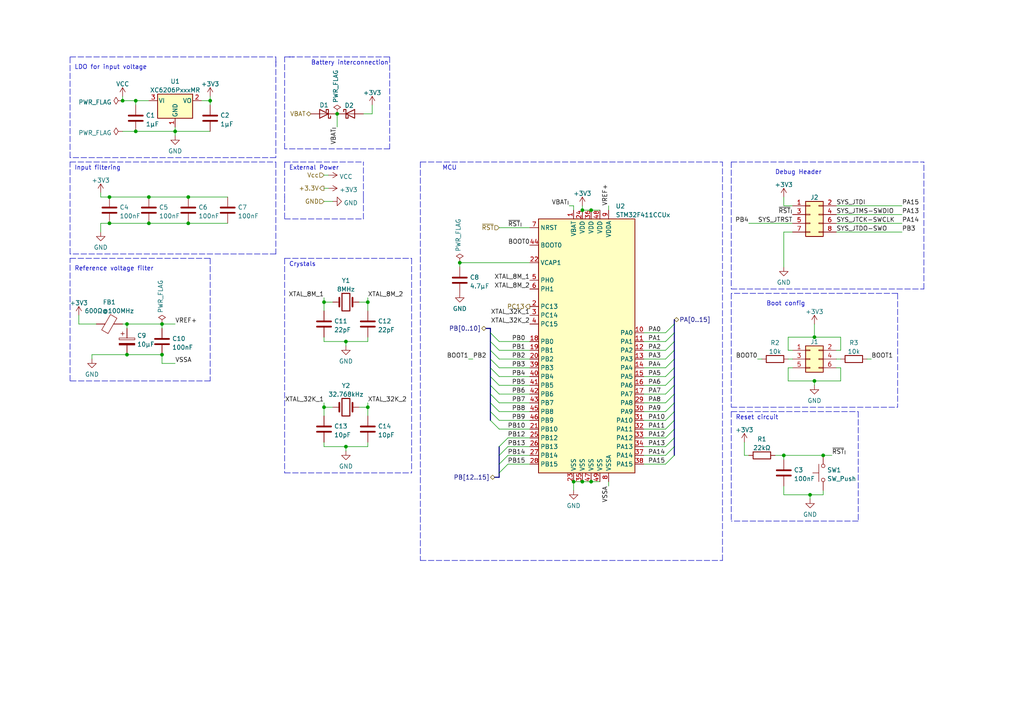
<source format=kicad_sch>
(kicad_sch (version 20211123) (generator eeschema)
  (paper "A4")
  (lib_symbols
    (symbol "Connector_Generic:Conn_02x03_Odd_Even" (pin_names (offset 1.016) hide)
      (property "Reference" "J" (at 1.27 5.08 0))
      (property "Value" "Conn_02x03_Odd_Even" (at 1.27 -5.08 0))
      (symbol "Conn_02x03_Odd_Even_1_1"
        (rectangle (start -1.27 -2.413) (end 0 -2.667) (stroke (width 0.1524)))
        (rectangle (start -1.27 0.127) (end 0 -0.127) (stroke (width 0.1524)))
        (rectangle (start -1.27 2.667) (end 0 2.413) (stroke (width 0.1524)))
        (rectangle (start -1.27 3.81) (end 3.81 -3.81) (stroke (width 0.254)) (fill (type background)))
        (rectangle (start 3.81 -2.413) (end 2.54 -2.667) (stroke (width 0.1524)))
        (rectangle (start 3.81 0.127) (end 2.54 -0.127) (stroke (width 0.1524)))
        (rectangle (start 3.81 2.667) (end 2.54 2.413) (stroke (width 0.1524)))
        (pin passive line (at -5.08 2.54 0) (length 3.81) (name "Pin_1") (number "1"))
        (pin passive line (at 7.62 2.54 180) (length 3.81) (name "Pin_2") (number "2"))
        (pin passive line (at -5.08 0 0) (length 3.81) (name "Pin_3") (number "3"))
        (pin passive line (at 7.62 0 180) (length 3.81) (name "Pin_4") (number "4"))
        (pin passive line (at -5.08 -2.54 0) (length 3.81) (name "Pin_5") (number "5"))
        (pin passive line (at 7.62 -2.54 180) (length 3.81) (name "Pin_6") (number "6"))
      )
    )
    (symbol "Connector_Generic:Conn_02x04_Odd_Even" (pin_names (offset 1.016) hide)
      (property "Reference" "J" (at 1.27 5.08 0))
      (property "Value" "Conn_02x04_Odd_Even" (at 1.27 -7.62 0))
      (symbol "Conn_02x04_Odd_Even_1_1"
        (rectangle (start -1.27 -4.953) (end 0 -5.207) (stroke (width 0.1524)))
        (rectangle (start -1.27 -2.413) (end 0 -2.667) (stroke (width 0.1524)))
        (rectangle (start -1.27 0.127) (end 0 -0.127) (stroke (width 0.1524)))
        (rectangle (start -1.27 2.667) (end 0 2.413) (stroke (width 0.1524)))
        (rectangle (start -1.27 3.81) (end 3.81 -6.35) (stroke (width 0.254)) (fill (type background)))
        (rectangle (start 3.81 -4.953) (end 2.54 -5.207) (stroke (width 0.1524)))
        (rectangle (start 3.81 -2.413) (end 2.54 -2.667) (stroke (width 0.1524)))
        (rectangle (start 3.81 0.127) (end 2.54 -0.127) (stroke (width 0.1524)))
        (rectangle (start 3.81 2.667) (end 2.54 2.413) (stroke (width 0.1524)))
        (pin passive line (at -5.08 2.54 0) (length 3.81) (name "Pin_1") (number "1"))
        (pin passive line (at 7.62 2.54 180) (length 3.81) (name "Pin_2") (number "2"))
        (pin passive line (at -5.08 0 0) (length 3.81) (name "Pin_3") (number "3"))
        (pin passive line (at 7.62 0 180) (length 3.81) (name "Pin_4") (number "4"))
        (pin passive line (at -5.08 -2.54 0) (length 3.81) (name "Pin_5") (number "5"))
        (pin passive line (at 7.62 -2.54 180) (length 3.81) (name "Pin_6") (number "6"))
        (pin passive line (at -5.08 -5.08 0) (length 3.81) (name "Pin_7") (number "7"))
        (pin passive line (at 7.62 -5.08 180) (length 3.81) (name "Pin_8") (number "8"))
      )
    )
    (symbol "Device:C" (pin_numbers hide) (pin_names (offset 0.254))
      (property "Reference" "C" (at 0.635 2.54 0))
      (property "Value" "C" (at 0.635 -2.54 0))
      (symbol "C_0_1"
        (polyline (pts (xy -2.032 -0.762) (xy 2.032 -0.762)) (stroke (width 0.508)))
        (polyline (pts (xy -2.032 0.762) (xy 2.032 0.762)) (stroke (width 0.508)))
      )
      (symbol "C_1_1"
        (pin passive line (at 0 3.81 270) (length 2.794) (name "~") (number "1"))
        (pin passive line (at 0 -3.81 90) (length 2.794) (name "~") (number "2"))
      )
    )
    (symbol "Device:C_Polarized" (pin_numbers hide) (pin_names (offset 0.254))
      (property "Reference" "C" (at 0.635 2.54 0))
      (property "Value" "C_Polarized" (at 0.635 -2.54 0))
      (symbol "C_Polarized_0_1"
        (rectangle (start -2.286 0.508) (end 2.286 1.016))
        (polyline (pts (xy -1.778 2.286) (xy -0.762 2.286)))
        (polyline (pts (xy -1.27 2.794) (xy -1.27 1.778)))
        (rectangle (start 2.286 -0.508) (end -2.286 -1.016) (fill (type outline)))
      )
      (symbol "C_Polarized_1_1"
        (pin passive line (at 0 3.81 270) (length 2.794) (name "~") (number "1"))
        (pin passive line (at 0 -3.81 90) (length 2.794) (name "~") (number "2"))
      )
    )
    (symbol "Device:Crystal" (pin_numbers hide) (pin_names (offset 1.016) hide)
      (property "Reference" "Y" (at 0 3.81 0))
      (property "Value" "Crystal" (at 0 -3.81 0))
      (symbol "Crystal_0_1"
        (rectangle (start -1.143 2.54) (end 1.143 -2.54) (stroke (width 0.3048)))
        (polyline (pts (xy -2.54 0) (xy -1.905 0)))
        (polyline (pts (xy -1.905 -1.27) (xy -1.905 1.27)) (stroke (width 0.508)))
        (polyline (pts (xy 1.905 -1.27) (xy 1.905 1.27)) (stroke (width 0.508)))
        (polyline (pts (xy 2.54 0) (xy 1.905 0)))
      )
      (symbol "Crystal_1_1"
        (pin passive line (at -3.81 0 0) (length 1.27) (name "1") (number "1"))
        (pin passive line (at 3.81 0 180) (length 1.27) (name "2") (number "2"))
      )
    )
    (symbol "Device:D_Schottky" (pin_numbers hide) (pin_names (offset 1.016) hide)
      (property "Reference" "D" (at 0 2.54 0))
      (property "Value" "D_Schottky" (at 0 -2.54 0))
      (symbol "D_Schottky_0_1"
        (polyline (pts (xy 1.27 0) (xy -1.27 0)))
        (polyline (pts (xy 1.27 1.27) (xy 1.27 -1.27) (xy -1.27 0) (xy 1.27 1.27)) (stroke (width 0.254)))
        (polyline (pts (xy -1.905 0.635) (xy -1.905 1.27) (xy -1.27 1.27) (xy -1.27 -1.27) (xy -0.635 -1.27) (xy -0.635 -0.635)) (stroke (width 0.254)))
      )
      (symbol "D_Schottky_1_1"
        (pin passive line (at -3.81 0 0) (length 2.54) (name "K") (number "1"))
        (pin passive line (at 3.81 0 180) (length 2.54) (name "A") (number "2"))
      )
    )
    (symbol "Device:FerriteBead" (pin_numbers hide) (pin_names (offset 0))
      (property "Reference" "FB" (at -3.81 0.635 90))
      (property "Value" "FerriteBead" (at 3.81 0 90))
      (symbol "FerriteBead_0_1"
        (polyline (pts (xy 0 -1.27) (xy 0 -1.2192)))
        (polyline (pts (xy 0 1.27) (xy 0 1.2954)))
        (polyline (pts (xy -2.7686 0.4064) (xy -1.7018 2.2606) (xy 2.7686 -0.3048) (xy 1.6764 -2.159) (xy -2.7686 0.4064)))
      )
      (symbol "FerriteBead_1_1"
        (pin passive line (at 0 3.81 270) (length 2.54) (name "~") (number "1"))
        (pin passive line (at 0 -3.81 90) (length 2.54) (name "~") (number "2"))
      )
    )
    (symbol "Device:R" (pin_numbers hide) (pin_names (offset 0))
      (property "Reference" "R" (at 2.032 0 90))
      (property "Value" "R" (at 0 0 90))
      (symbol "R_0_1"
        (rectangle (start -1.016 -2.54) (end 1.016 2.54) (stroke (width 0.254)))
      )
      (symbol "R_1_1"
        (pin passive line (at 0 3.81 270) (length 1.27) (name "~") (number "1"))
        (pin passive line (at 0 -3.81 90) (length 1.27) (name "~") (number "2"))
      )
    )
    (symbol "MCU_ST_STM32F4:STM32F411CCUx"
      (property "Reference" "U" (at -15.24 36.83 0))
      (property "Value" "STM32F411CCUx" (at 7.62 36.83 0))
      (symbol "STM32F411CCUx_0_1"
        (rectangle (start -15.24 -38.1) (end 12.7 35.56) (stroke (width 0.254)) (fill (type background)))
      )
      (symbol "STM32F411CCUx_1_1"
        (pin power_in line (at -5.08 38.1 270) (length 2.54) (name "VBAT") (number "1"))
        (pin bidirectional line (at 15.24 2.54 180) (length 2.54) (name "PA0") (number "10"))
        (pin bidirectional line (at 15.24 0 180) (length 2.54) (name "PA1") (number "11"))
        (pin bidirectional line (at 15.24 -2.54 180) (length 2.54) (name "PA2") (number "12"))
        (pin bidirectional line (at 15.24 -5.08 180) (length 2.54) (name "PA3") (number "13"))
        (pin bidirectional line (at 15.24 -7.62 180) (length 2.54) (name "PA4") (number "14"))
        (pin bidirectional line (at 15.24 -10.16 180) (length 2.54) (name "PA5") (number "15"))
        (pin bidirectional line (at 15.24 -12.7 180) (length 2.54) (name "PA6") (number "16"))
        (pin bidirectional line (at 15.24 -15.24 180) (length 2.54) (name "PA7") (number "17"))
        (pin bidirectional line (at -17.78 0 0) (length 2.54) (name "PB0") (number "18"))
        (pin bidirectional line (at -17.78 -2.54 0) (length 2.54) (name "PB1") (number "19"))
        (pin bidirectional line (at -17.78 10.16 0) (length 2.54) (name "PC13") (number "2"))
        (pin bidirectional line (at -17.78 -5.08 0) (length 2.54) (name "PB2") (number "20"))
        (pin bidirectional line (at -17.78 -25.4 0) (length 2.54) (name "PB10") (number "21"))
        (pin power_in line (at -17.78 22.86 0) (length 2.54) (name "VCAP1") (number "22"))
        (pin power_in line (at -5.08 -40.64 90) (length 2.54) (name "VSS") (number "23"))
        (pin power_in line (at -2.54 38.1 270) (length 2.54) (name "VDD") (number "24"))
        (pin bidirectional line (at -17.78 -27.94 0) (length 2.54) (name "PB12") (number "25"))
        (pin bidirectional line (at -17.78 -30.48 0) (length 2.54) (name "PB13") (number "26"))
        (pin bidirectional line (at -17.78 -33.02 0) (length 2.54) (name "PB14") (number "27"))
        (pin bidirectional line (at -17.78 -35.56 0) (length 2.54) (name "PB15") (number "28"))
        (pin bidirectional line (at 15.24 -17.78 180) (length 2.54) (name "PA8") (number "29"))
        (pin bidirectional line (at -17.78 7.62 0) (length 2.54) (name "PC14") (number "3"))
        (pin bidirectional line (at 15.24 -20.32 180) (length 2.54) (name "PA9") (number "30"))
        (pin bidirectional line (at 15.24 -22.86 180) (length 2.54) (name "PA10") (number "31"))
        (pin bidirectional line (at 15.24 -25.4 180) (length 2.54) (name "PA11") (number "32"))
        (pin bidirectional line (at 15.24 -27.94 180) (length 2.54) (name "PA12") (number "33"))
        (pin bidirectional line (at 15.24 -30.48 180) (length 2.54) (name "PA13") (number "34"))
        (pin power_in line (at -2.54 -40.64 90) (length 2.54) (name "VSS") (number "35"))
        (pin power_in line (at 0 38.1 270) (length 2.54) (name "VDD") (number "36"))
        (pin bidirectional line (at 15.24 -33.02 180) (length 2.54) (name "PA14") (number "37"))
        (pin bidirectional line (at 15.24 -35.56 180) (length 2.54) (name "PA15") (number "38"))
        (pin bidirectional line (at -17.78 -7.62 0) (length 2.54) (name "PB3") (number "39"))
        (pin bidirectional line (at -17.78 5.08 0) (length 2.54) (name "PC15") (number "4"))
        (pin bidirectional line (at -17.78 -10.16 0) (length 2.54) (name "PB4") (number "40"))
        (pin bidirectional line (at -17.78 -12.7 0) (length 2.54) (name "PB5") (number "41"))
        (pin bidirectional line (at -17.78 -15.24 0) (length 2.54) (name "PB6") (number "42"))
        (pin bidirectional line (at -17.78 -17.78 0) (length 2.54) (name "PB7") (number "43"))
        (pin input line (at -17.78 27.94 0) (length 2.54) (name "BOOT0") (number "44"))
        (pin bidirectional line (at -17.78 -20.32 0) (length 2.54) (name "PB8") (number "45"))
        (pin bidirectional line (at -17.78 -22.86 0) (length 2.54) (name "PB9") (number "46"))
        (pin power_in line (at 0 -40.64 90) (length 2.54) (name "VSS") (number "47"))
        (pin power_in line (at 2.54 38.1 270) (length 2.54) (name "VDD") (number "48"))
        (pin power_in line (at 2.54 -40.64 90) (length 2.54) (name "VSS") (number "49"))
        (pin input line (at -17.78 17.78 0) (length 2.54) (name "PH0") (number "5"))
        (pin input line (at -17.78 15.24 0) (length 2.54) (name "PH1") (number "6"))
        (pin input line (at -17.78 33.02 0) (length 2.54) (name "NRST") (number "7"))
        (pin power_in line (at 5.08 -40.64 90) (length 2.54) (name "VSSA") (number "8"))
        (pin power_in line (at 5.08 38.1 270) (length 2.54) (name "VDDA") (number "9"))
      )
    )
    (symbol "Regulator_Linear:XC6206PxxxMR" (pin_names (offset 0.254))
      (property "Reference" "U" (at -3.81 3.175 0))
      (property "Value" "XC6206PxxxMR" (at 0 3.175 0))
      (symbol "XC6206PxxxMR_0_1"
        (rectangle (start -5.08 1.905) (end 5.08 -5.08) (stroke (width 0.254)) (fill (type background)))
      )
      (symbol "XC6206PxxxMR_1_1"
        (pin power_in line (at 0 -7.62 90) (length 2.54) (name "GND") (number "1"))
        (pin power_out line (at 7.62 0 180) (length 2.54) (name "VO") (number "2"))
        (pin power_in line (at -7.62 0 0) (length 2.54) (name "VI") (number "3"))
      )
    )
    (symbol "Switch:SW_Push" (pin_numbers hide) (pin_names (offset 1.016) hide)
      (property "Reference" "SW" (at 1.27 2.54 0))
      (property "Value" "SW_Push" (at 0 -1.524 0))
      (symbol "SW_Push_0_1"
        (circle (center -2.032 0) (radius 0.508))
        (polyline (pts (xy 0 1.27) (xy 0 3.048)))
        (polyline (pts (xy 2.54 1.27) (xy -2.54 1.27)))
        (circle (center 2.032 0) (radius 0.508))
        (pin passive line (at -5.08 0 0) (length 2.54) (name "1") (number "1"))
        (pin passive line (at 5.08 0 180) (length 2.54) (name "2") (number "2"))
      )
    )
    (symbol "power:+3.3V" (power) (pin_names (offset 0))
      (property "Value" "+3.3V" (at 0 3.556 0))
      (symbol "+3.3V_0_1"
        (polyline (pts (xy -0.762 1.27) (xy 0 2.54)))
        (polyline (pts (xy 0 0) (xy 0 2.54)))
        (polyline (pts (xy 0 2.54) (xy 0.762 1.27)))
      )
      (symbol "+3.3V_1_1"
        (pin power_in line (at 0 0 90) (length 0) hide (name "+3V3") (number "1"))
      )
    )
    (symbol "power:GND" (power) (pin_names (offset 0))
      (property "Value" "GND" (at 0 -3.81 0))
      (symbol "GND_0_1"
        (polyline (pts (xy 0 0) (xy 0 -1.27) (xy 1.27 -1.27) (xy 0 -2.54) (xy -1.27 -1.27) (xy 0 -1.27)))
      )
      (symbol "GND_1_1"
        (pin power_in line (at 0 0 270) (length 0) hide (name "GND") (number "1"))
      )
    )
    (symbol "power:PWR_FLAG" (power) (pin_numbers hide) (pin_names (offset 0) hide)
      (property "Value" "PWR_FLAG" (at 0 3.81 0))
      (symbol "PWR_FLAG_0_0"
        (pin power_out line (at 0 0 90) (length 0) (name "pwr") (number "1"))
      )
      (symbol "PWR_FLAG_0_1"
        (polyline (pts (xy 0 0) (xy 0 1.27) (xy -1.016 1.905) (xy 0 2.54) (xy 1.016 1.905) (xy 0 1.27)))
      )
    )
    (symbol "power:VCC" (power) (pin_names (offset 0))
      (property "Value" "VCC" (at 0 3.81 0))
      (symbol "VCC_0_1"
        (polyline (pts (xy -0.762 1.27) (xy 0 2.54)))
        (polyline (pts (xy 0 0) (xy 0 2.54)))
        (polyline (pts (xy 0 2.54) (xy 0.762 1.27)))
      )
      (symbol "VCC_1_1"
        (pin power_in line (at 0 0 90) (length 0) hide (name "VCC") (number "1"))
      )
    )
  )
  (junction (at 93.98 87.63))
  (junction (at 106.68 118.11))
  (junction (at 133.35 76.2))
  (junction (at 100.33 129.54))
  (junction (at 168.91 60.96))
  (junction (at 171.45 60.96))
  (junction (at 54.61 64.77))
  (junction (at 97.79 33.02))
  (junction (at 93.98 118.11))
  (junction (at 236.22 110.49))
  (junction (at 171.45 139.7))
  (junction (at 31.75 64.77))
  (junction (at 100.33 99.06))
  (junction (at 54.61 57.15))
  (junction (at 236.22 97.79))
  (junction (at 234.95 143.51))
  (junction (at 106.68 87.63))
  (junction (at 43.18 64.77))
  (junction (at 46.99 93.98))
  (junction (at 39.37 29.21))
  (junction (at 227.33 132.08))
  (junction (at 46.99 102.87))
  (junction (at 35.56 29.21))
  (junction (at 31.75 57.15))
  (junction (at 60.96 29.21))
  (junction (at 36.83 102.87))
  (junction (at 238.76 132.08))
  (junction (at 168.91 139.7))
  (junction (at 166.37 139.7))
  (junction (at 50.8 38.1))
  (junction (at 43.18 57.15))
  (junction (at 36.83 93.98))
  (junction (at 39.37 38.1))
  (bus_entry (at 193.04 134.62) (size 2.54 -2.54))
  (bus_entry (at 144.78 124.46) (size -2.54 -2.54))
  (bus_entry (at 144.78 114.3) (size -2.54 -2.54))
  (bus_entry (at 144.78 99.06) (size -2.54 -2.54))
  (bus_entry (at 144.78 119.38) (size -2.54 -2.54))
  (bus_entry (at 193.04 121.92) (size 2.54 -2.54))
  (bus_entry (at 193.04 127) (size 2.54 -2.54))
  (bus_entry (at 193.04 124.46) (size 2.54 -2.54))
  (bus_entry (at 193.04 129.54) (size 2.54 -2.54))
  (bus_entry (at 193.04 104.14) (size 2.54 -2.54))
  (bus_entry (at 193.04 106.68) (size 2.54 -2.54))
  (bus_entry (at 193.04 109.22) (size 2.54 -2.54))
  (bus_entry (at 193.04 101.6) (size 2.54 -2.54))
  (bus_entry (at 193.04 99.06) (size 2.54 -2.54))
  (bus_entry (at 193.04 96.52) (size 2.54 -2.54))
  (bus_entry (at 193.04 119.38) (size 2.54 -2.54))
  (bus_entry (at 193.04 114.3) (size 2.54 -2.54))
  (bus_entry (at 193.04 116.84) (size 2.54 -2.54))
  (bus_entry (at 193.04 111.76) (size 2.54 -2.54))
  (bus_entry (at 147.32 127) (size -2.54 2.54))
  (bus_entry (at 147.32 129.54) (size -2.54 2.54))
  (bus_entry (at 147.32 132.08) (size -2.54 2.54))
  (bus_entry (at 147.32 134.62) (size -2.54 2.54))
  (bus_entry (at 144.78 109.22) (size -2.54 -2.54))
  (bus_entry (at 144.78 121.92) (size -2.54 -2.54))
  (bus_entry (at 144.78 106.68) (size -2.54 -2.54))
  (bus_entry (at 144.78 101.6) (size -2.54 -2.54))
  (bus_entry (at 144.78 104.14) (size -2.54 -2.54))
  (bus_entry (at 144.78 116.84) (size -2.54 -2.54))
  (bus_entry (at 144.78 111.76) (size -2.54 -2.54))
  (bus_entry (at 193.04 132.08) (size 2.54 -2.54))
  (bus (pts (xy 195.58 129.54) (xy 195.58 127)))
  (wire (pts (xy 217.17 64.77) (xy 229.87 64.77)))
  (wire (pts (xy 22.86 91.44) (xy 22.86 93.98)))
  (wire (pts (xy 66.04 57.15) (xy 54.61 57.15)))
  (wire (pts (xy 93.98 128.27) (xy 93.98 129.54)))
  (wire (pts (xy 186.69 99.06) (xy 193.04 99.06)))
  (wire (pts (xy 106.68 120.65) (xy 106.68 118.11)))
  (wire (pts (xy 43.18 57.15) (xy 31.75 57.15)))
  (polyline (pts (xy 212.09 118.11) (xy 260.35 118.11)))
  (wire (pts (xy 93.98 58.42) (xy 96.52 58.42)))
  (wire (pts (xy 153.67 114.3) (xy 144.78 114.3)))
  (bus (pts (xy 142.24 116.84) (xy 142.24 114.3)))
  (wire (pts (xy 251.46 104.14) (xy 252.73 104.14)))
  (wire (pts (xy 153.67 109.22) (xy 144.78 109.22)))
  (bus (pts (xy 195.58 121.92) (xy 195.58 119.38)))
  (polyline (pts (xy 209.55 162.56) (xy 209.55 46.99)))
  (wire (pts (xy 153.67 116.84) (xy 144.78 116.84)))
  (polyline (pts (xy 248.92 119.38) (xy 248.92 151.13)))
  (wire (pts (xy 26.67 102.87) (xy 26.67 104.14)))
  (wire (pts (xy 106.68 90.17) (xy 106.68 87.63)))
  (wire (pts (xy 186.69 114.3) (xy 193.04 114.3)))
  (polyline (pts (xy 82.55 63.5) (xy 105.41 63.5)))
  (wire (pts (xy 186.69 116.84) (xy 193.04 116.84)))
  (wire (pts (xy 243.84 101.6) (xy 242.57 101.6)))
  (bus (pts (xy 142.24 95.25) (xy 140.97 95.25)))
  (wire (pts (xy 39.37 38.1) (xy 50.8 38.1)))
  (wire (pts (xy 229.87 101.6) (xy 228.6 101.6)))
  (wire (pts (xy 186.69 104.14) (xy 193.04 104.14)))
  (bus (pts (xy 142.24 119.38) (xy 142.24 116.84)))
  (wire (pts (xy 242.57 67.31) (xy 261.62 67.31)))
  (wire (pts (xy 165.1 59.69) (xy 166.37 59.69)))
  (wire (pts (xy 93.98 129.54) (xy 100.33 129.54)))
  (wire (pts (xy 93.98 118.11) (xy 93.98 120.65)))
  (wire (pts (xy 93.98 116.84) (xy 93.98 118.11)))
  (wire (pts (xy 133.35 76.2) (xy 153.67 76.2)))
  (wire (pts (xy 186.69 121.92) (xy 193.04 121.92)))
  (wire (pts (xy 106.68 116.84) (xy 106.68 118.11)))
  (wire (pts (xy 96.52 87.63) (xy 93.98 87.63)))
  (polyline (pts (xy 82.55 16.51) (xy 85.09 16.51)))
  (wire (pts (xy 227.33 143.51) (xy 234.95 143.51)))
  (wire (pts (xy 31.75 64.77) (xy 43.18 64.77)))
  (bus (pts (xy 142.24 114.3) (xy 142.24 111.76)))
  (bus (pts (xy 144.78 132.08) (xy 144.78 134.62)))
  (wire (pts (xy 100.33 99.06) (xy 100.33 100.33)))
  (wire (pts (xy 35.56 38.1) (xy 39.37 38.1)))
  (bus (pts (xy 195.58 93.98) (xy 195.58 92.71)))
  (bus (pts (xy 142.24 101.6) (xy 142.24 99.06)))
  (bus (pts (xy 142.24 106.68) (xy 142.24 104.14)))
  (polyline (pts (xy 82.55 57.15) (xy 82.55 63.5)))
  (wire (pts (xy 50.8 105.41) (xy 46.99 105.41)))
  (wire (pts (xy 97.79 33.02) (xy 97.79 36.83)))
  (wire (pts (xy 100.33 99.06) (xy 106.68 99.06)))
  (polyline (pts (xy 113.03 16.51) (xy 113.03 43.18)))
  (wire (pts (xy 54.61 64.77) (xy 66.04 64.77)))
  (wire (pts (xy 107.95 33.02) (xy 105.41 33.02)))
  (polyline (pts (xy 260.35 85.09) (xy 260.35 118.11)))
  (wire (pts (xy 107.95 30.48) (xy 107.95 33.02)))
  (wire (pts (xy 96.52 118.11) (xy 93.98 118.11)))
  (wire (pts (xy 43.18 64.77) (xy 54.61 64.77)))
  (wire (pts (xy 35.56 93.98) (xy 36.83 93.98)))
  (polyline (pts (xy 20.32 73.66) (xy 20.32 46.99)))
  (wire (pts (xy 186.69 106.68) (xy 193.04 106.68)))
  (wire (pts (xy 50.8 36.83) (xy 50.8 38.1)))
  (wire (pts (xy 106.68 118.11) (xy 104.14 118.11)))
  (wire (pts (xy 46.99 102.87) (xy 36.83 102.87)))
  (wire (pts (xy 60.96 30.48) (xy 60.96 29.21)))
  (wire (pts (xy 186.69 127) (xy 193.04 127)))
  (wire (pts (xy 93.98 54.61) (xy 95.25 54.61)))
  (wire (pts (xy 93.98 87.63) (xy 93.98 90.17)))
  (wire (pts (xy 242.57 59.69) (xy 261.62 59.69)))
  (polyline (pts (xy 121.92 46.99) (xy 209.55 46.99)))
  (wire (pts (xy 228.6 101.6) (xy 228.6 97.79)))
  (wire (pts (xy 243.84 106.68) (xy 243.84 110.49)))
  (bus (pts (xy 144.78 137.16) (xy 144.78 138.43)))
  (wire (pts (xy 29.21 67.31) (xy 29.21 64.77)))
  (polyline (pts (xy 59.69 74.93) (xy 60.96 74.93)))
  (wire (pts (xy 153.67 101.6) (xy 144.78 101.6)))
  (wire (pts (xy 36.83 93.98) (xy 46.99 93.98)))
  (wire (pts (xy 46.99 93.98) (xy 50.8 93.98)))
  (wire (pts (xy 171.45 139.7) (xy 173.99 139.7)))
  (wire (pts (xy 217.17 132.08) (xy 215.9 132.08)))
  (wire (pts (xy 153.67 119.38) (xy 144.78 119.38)))
  (wire (pts (xy 153.67 129.54) (xy 147.32 129.54)))
  (wire (pts (xy 100.33 129.54) (xy 100.33 130.81)))
  (wire (pts (xy 144.78 66.04) (xy 153.67 66.04)))
  (wire (pts (xy 153.67 99.06) (xy 144.78 99.06)))
  (polyline (pts (xy 60.96 110.49) (xy 20.32 110.49)))
  (wire (pts (xy 133.35 77.47) (xy 133.35 76.2)))
  (wire (pts (xy 176.53 139.7) (xy 176.53 140.97)))
  (wire (pts (xy 242.57 104.14) (xy 243.84 104.14)))
  (wire (pts (xy 227.33 140.97) (xy 227.33 143.51)))
  (wire (pts (xy 93.98 50.8) (xy 95.25 50.8)))
  (wire (pts (xy 227.33 59.69) (xy 229.87 59.69)))
  (polyline (pts (xy 82.55 43.18) (xy 82.55 16.51)))
  (wire (pts (xy 153.67 111.76) (xy 144.78 111.76)))
  (wire (pts (xy 176.53 59.69) (xy 176.53 60.96)))
  (wire (pts (xy 186.69 96.52) (xy 193.04 96.52)))
  (polyline (pts (xy 105.41 63.5) (xy 105.41 57.15)))
  (polyline (pts (xy 105.41 57.15) (xy 105.41 46.99)))
  (bus (pts (xy 142.24 109.22) (xy 142.24 106.68)))
  (polyline (pts (xy 20.32 74.93) (xy 59.69 74.93)))
  (polyline (pts (xy 119.38 74.93) (xy 119.38 137.16)))
  (wire (pts (xy 242.57 64.77) (xy 261.62 64.77)))
  (wire (pts (xy 36.83 102.87) (xy 26.67 102.87)))
  (wire (pts (xy 153.67 124.46) (xy 144.78 124.46)))
  (wire (pts (xy 186.69 132.08) (xy 193.04 132.08)))
  (wire (pts (xy 228.6 104.14) (xy 229.87 104.14)))
  (wire (pts (xy 227.33 133.35) (xy 227.33 132.08)))
  (bus (pts (xy 142.24 121.92) (xy 142.24 119.38)))
  (wire (pts (xy 168.91 139.7) (xy 171.45 139.7)))
  (wire (pts (xy 215.9 132.08) (xy 215.9 128.27)))
  (wire (pts (xy 35.56 27.94) (xy 35.56 29.21)))
  (polyline (pts (xy 82.55 46.99) (xy 105.41 46.99)))
  (wire (pts (xy 242.57 62.23) (xy 261.62 62.23)))
  (polyline (pts (xy 116.84 137.16) (xy 119.38 137.16)))
  (wire (pts (xy 54.61 57.15) (xy 43.18 57.15)))
  (wire (pts (xy 171.45 60.96) (xy 173.99 60.96)))
  (wire (pts (xy 186.69 124.46) (xy 193.04 124.46)))
  (wire (pts (xy 227.33 67.31) (xy 229.87 67.31)))
  (bus (pts (xy 195.58 101.6) (xy 195.58 99.06)))
  (wire (pts (xy 186.69 101.6) (xy 193.04 101.6)))
  (wire (pts (xy 36.83 93.98) (xy 36.83 95.25)))
  (wire (pts (xy 153.67 104.14) (xy 144.78 104.14)))
  (polyline (pts (xy 212.09 46.99) (xy 212.09 83.82)))
  (wire (pts (xy 46.99 105.41) (xy 46.99 102.87)))
  (wire (pts (xy 153.67 127) (xy 147.32 127)))
  (bus (pts (xy 142.24 96.52) (xy 142.24 95.25)))
  (wire (pts (xy 106.68 87.63) (xy 104.14 87.63)))
  (wire (pts (xy 168.91 60.96) (xy 171.45 60.96)))
  (wire (pts (xy 31.75 57.15) (xy 29.21 57.15)))
  (wire (pts (xy 186.69 119.38) (xy 193.04 119.38)))
  (polyline (pts (xy 20.32 46.99) (xy 80.01 46.99)))
  (wire (pts (xy 234.95 143.51) (xy 234.95 144.78)))
  (wire (pts (xy 29.21 64.77) (xy 31.75 64.77)))
  (wire (pts (xy 39.37 29.21) (xy 39.37 30.48)))
  (bus (pts (xy 144.78 134.62) (xy 144.78 137.16)))
  (wire (pts (xy 228.6 110.49) (xy 228.6 106.68)))
  (bus (pts (xy 195.58 109.22) (xy 195.58 106.68)))
  (wire (pts (xy 100.33 129.54) (xy 106.68 129.54)))
  (wire (pts (xy 93.98 99.06) (xy 100.33 99.06)))
  (polyline (pts (xy 20.32 45.72) (xy 20.32 16.51)))
  (wire (pts (xy 46.99 93.98) (xy 46.99 95.25)))
  (wire (pts (xy 242.57 106.68) (xy 243.84 106.68)))
  (polyline (pts (xy 212.09 119.38) (xy 212.09 151.13)))
  (wire (pts (xy 106.68 86.36) (xy 106.68 87.63)))
  (wire (pts (xy 228.6 97.79) (xy 236.22 97.79)))
  (wire (pts (xy 227.33 57.15) (xy 227.33 59.69)))
  (wire (pts (xy 43.18 29.21) (xy 39.37 29.21)))
  (wire (pts (xy 236.22 110.49) (xy 228.6 110.49)))
  (polyline (pts (xy 121.92 46.99) (xy 121.92 162.56)))
  (bus (pts (xy 142.24 99.06) (xy 142.24 96.52)))
  (polyline (pts (xy 83.82 16.51) (xy 113.03 16.51)))
  (polyline (pts (xy 20.32 110.49) (xy 20.32 74.93)))
  (polyline (pts (xy 80.01 46.99) (xy 80.01 73.66)))
  (polyline (pts (xy 267.97 83.82) (xy 267.97 46.99)))
  (wire (pts (xy 186.69 134.62) (xy 193.04 134.62)))
  (wire (pts (xy 186.69 111.76) (xy 193.04 111.76)))
  (polyline (pts (xy 116.84 74.93) (xy 119.38 74.93)))
  (wire (pts (xy 50.8 38.1) (xy 60.96 38.1)))
  (polyline (pts (xy 20.32 16.51) (xy 80.01 16.51)))
  (wire (pts (xy 228.6 106.68) (xy 229.87 106.68)))
  (polyline (pts (xy 121.92 162.56) (xy 209.55 162.56)))
  (wire (pts (xy 166.37 142.24) (xy 166.37 139.7)))
  (polyline (pts (xy 82.55 137.16) (xy 116.84 137.16)))
  (polyline (pts (xy 60.96 74.93) (xy 60.96 110.49)))
  (wire (pts (xy 93.98 86.36) (xy 93.98 87.63)))
  (bus (pts (xy 195.58 116.84) (xy 195.58 114.3)))
  (polyline (pts (xy 212.09 85.09) (xy 212.09 118.11)))
  (polyline (pts (xy 82.55 46.99) (xy 82.55 57.15)))
  (bus (pts (xy 144.78 129.54) (xy 144.78 132.08)))
  (polyline (pts (xy 113.03 43.18) (xy 82.55 43.18)))
  (bus (pts (xy 142.24 111.76) (xy 142.24 109.22)))
  (polyline (pts (xy 80.01 17.78) (xy 80.01 45.72)))
  (wire (pts (xy 153.67 106.68) (xy 144.78 106.68)))
  (bus (pts (xy 195.58 124.46) (xy 195.58 121.92)))
  (wire (pts (xy 227.33 132.08) (xy 238.76 132.08)))
  (bus (pts (xy 195.58 119.38) (xy 195.58 116.84)))
  (wire (pts (xy 106.68 129.54) (xy 106.68 128.27)))
  (bus (pts (xy 142.24 104.14) (xy 142.24 101.6)))
  (wire (pts (xy 219.71 104.14) (xy 220.98 104.14)))
  (wire (pts (xy 168.91 59.69) (xy 168.91 60.96)))
  (wire (pts (xy 153.67 134.62) (xy 147.32 134.62)))
  (wire (pts (xy 106.68 99.06) (xy 106.68 97.79)))
  (wire (pts (xy 153.67 132.08) (xy 147.32 132.08)))
  (wire (pts (xy 186.69 109.22) (xy 193.04 109.22)))
  (polyline (pts (xy 80.01 73.66) (xy 20.32 73.66)))
  (wire (pts (xy 166.37 139.7) (xy 168.91 139.7)))
  (wire (pts (xy 224.79 132.08) (xy 227.33 132.08)))
  (polyline (pts (xy 212.09 46.99) (xy 267.97 46.99)))
  (polyline (pts (xy 212.09 119.38) (xy 248.92 119.38)))
  (polyline (pts (xy 260.35 85.09) (xy 212.09 85.09)))
  (bus (pts (xy 144.78 138.43) (xy 143.51 138.43)))
  (wire (pts (xy 186.69 129.54) (xy 193.04 129.54)))
  (wire (pts (xy 234.95 143.51) (xy 238.76 143.51)))
  (wire (pts (xy 236.22 110.49) (xy 236.22 111.76)))
  (bus (pts (xy 195.58 127) (xy 195.58 124.46)))
  (wire (pts (xy 166.37 59.69) (xy 166.37 60.96)))
  (wire (pts (xy 238.76 143.51) (xy 238.76 142.24)))
  (wire (pts (xy 137.16 104.14) (xy 135.89 104.14)))
  (wire (pts (xy 238.76 132.08) (xy 241.3 132.08)))
  (bus (pts (xy 195.58 96.52) (xy 195.58 93.98)))
  (bus (pts (xy 195.58 132.08) (xy 195.58 129.54)))
  (wire (pts (xy 29.21 57.15) (xy 29.21 55.88)))
  (wire (pts (xy 243.84 97.79) (xy 243.84 101.6)))
  (bus (pts (xy 195.58 99.06) (xy 195.58 96.52)))
  (wire (pts (xy 243.84 110.49) (xy 236.22 110.49)))
  (wire (pts (xy 236.22 97.79) (xy 243.84 97.79)))
  (wire (pts (xy 60.96 29.21) (xy 58.42 29.21)))
  (wire (pts (xy 50.8 38.1) (xy 50.8 39.37)))
  (polyline (pts (xy 248.92 151.13) (xy 212.09 151.13)))
  (bus (pts (xy 195.58 114.3) (xy 195.58 111.76)))
  (wire (pts (xy 227.33 67.31) (xy 227.33 77.47)))
  (bus (pts (xy 195.58 106.68) (xy 195.58 104.14)))
  (wire (pts (xy 39.37 29.21) (xy 35.56 29.21)))
  (wire (pts (xy 60.96 27.94) (xy 60.96 29.21)))
  (polyline (pts (xy 80.01 45.72) (xy 20.32 45.72)))
  (polyline (pts (xy 82.55 74.93) (xy 82.55 137.16)))
  (bus (pts (xy 195.58 104.14) (xy 195.58 101.6)))
  (polyline (pts (xy 212.09 83.82) (xy 267.97 83.82)))
  (polyline (pts (xy 80.01 16.51) (xy 80.01 19.05)))
  (wire (pts (xy 236.22 97.79) (xy 236.22 93.98)))
  (wire (pts (xy 153.67 121.92) (xy 144.78 121.92)))
  (wire (pts (xy 22.86 93.98) (xy 27.94 93.98)))
  (wire (pts (xy 93.98 97.79) (xy 93.98 99.06)))
  (polyline (pts (xy 82.55 74.93) (xy 116.84 74.93)))
  (bus (pts (xy 195.58 111.76) (xy 195.58 109.22)))
  (text "Input filtering" (at 21.59 49.53 0) (effects (font (size 1.27 1.27)) (justify left bottom)))
  (text "Boot config" (at 222.25 88.9 0) (effects (font (size 1.27 1.27)) (justify left bottom)))
  (text "Debug Header" (at 224.79 50.8 0) (effects (font (size 1.27 1.27)) (justify left bottom)))
  (text "Reference voltage filter" (at 21.59 78.74 0) (effects (font (size 1.27 1.27)) (justify left bottom)))
  (text "Battery interconnection" (at 90.17 19.05 0) (effects (font (size 1.27 1.27)) (justify left bottom)))
  (text "External Power" (at 83.82 49.53 0) (effects (font (size 1.27 1.27)) (justify left bottom)))
  (text "MCU" (at 128.27 49.53 0) (effects (font (size 1.27 1.27)) (justify left bottom)))
  (text "Crystals" (at 83.82 77.47 0) (effects (font (size 1.27 1.27)) (justify left bottom)))
  (text "Reset circuit\n" (at 213.36 121.92 0) (effects (font (size 1.27 1.27)) (justify left bottom)))
  (text "LDO for input voltage" (at 21.59 20.32 0) (effects (font (size 1.27 1.27)) (justify left bottom)))
  (label "PB9" (at 152.4 121.92 180))
  (label "PA0" (at 187.96 96.52 0))
  (label "SYS_JTDO-SWO" (at 242.57 67.31 0))
  (label "PA5" (at 187.96 109.22 0))
  (label "VSSA" (at 50.8 105.41 0))
  (label "PA10" (at 187.96 121.92 0))
  (label "PB8" (at 152.4 119.38 180))
  (label "PA7" (at 187.96 114.3 0))
  (label "VBAT_{I}" (at 165.1 59.69 180))
  (label "SYS_JTCK-SWCLK" (at 242.57 64.77 0))
  (label "PB7" (at 152.4 116.84 180))
  (label "~{RST}_{I}" (at 229.87 62.23 180))
  (label "PA14" (at 261.62 64.77 0))
  (label "PB1" (at 152.4 101.6 180))
  (label "PB15" (at 152.4 134.62 180))
  (label "XTAL_8M_1" (at 93.98 86.36 180))
  (label "XTAL_8M_2" (at 153.67 83.82 180))
  (label "PA4" (at 187.96 106.68 0))
  (label "PB14" (at 152.4 132.08 180))
  (label "VSSA" (at 176.53 140.97 270))
  (label "XTAL_32K_1" (at 93.98 116.84 180))
  (label "PA3" (at 187.96 104.14 0))
  (label "PB12" (at 152.4 127 180))
  (label "PA8" (at 187.96 116.84 0))
  (label "PB13" (at 152.4 129.54 180))
  (label "SYS_JTRST" (at 229.87 64.77 180))
  (label "VBAT_{I}" (at 97.79 36.83 270))
  (label "PA15" (at 187.96 134.62 0))
  (label "PB4" (at 217.17 64.77 180))
  (label "PA2" (at 187.96 101.6 0))
  (label "VREF+" (at 50.8 93.98 0))
  (label "SYS_JTDI" (at 242.57 59.69 0))
  (label "PA11" (at 187.96 124.46 0))
  (label "PB3" (at 261.62 67.31 0))
  (label "PA13" (at 187.96 129.54 0))
  (label "PA12" (at 187.96 127 0))
  (label "PA14" (at 187.96 132.08 0))
  (label "PB2" (at 137.16 104.14 0))
  (label "PB3" (at 152.4 106.68 180))
  (label "XTAL_8M_2" (at 106.68 86.36 0))
  (label "BOOT1" (at 252.73 104.14 0))
  (label "PA6" (at 187.96 111.76 0))
  (label "VREF+" (at 176.53 59.69 90))
  (label "PA15" (at 261.62 59.69 0))
  (label "PB10" (at 152.4 124.46 180))
  (label "PA1" (at 187.96 99.06 0))
  (label "PB2" (at 152.4 104.14 180))
  (label "~{RST}_{I}" (at 147.32 66.04 0))
  (label "PA9" (at 187.96 119.38 0))
  (label "BOOT1" (at 135.89 104.14 180))
  (label "PB5" (at 152.4 111.76 180))
  (label "PB0" (at 152.4 99.06 180))
  (label "XTAL_32K_1" (at 153.67 91.44 180))
  (label "BOOT0" (at 219.71 104.14 180))
  (label "PB4" (at 152.4 109.22 180))
  (label "XTAL_8M_1" (at 153.67 81.28 180))
  (label "XTAL_32K_2" (at 106.68 116.84 0))
  (label "PB6" (at 152.4 114.3 180))
  (label "XTAL_32K_2" (at 153.67 93.98 180))
  (label "~{RST}_{I}" (at 241.3 132.08 0))
  (label "BOOT0" (at 153.67 71.12 180))
  (label "SYS_JTMS-SWDIO" (at 242.57 62.23 0))
  (label "PA13" (at 261.62 62.23 0))
  (hierarchical_label "VBAT" (shape bidirectional) (at 90.17 33.02 180))
  (hierarchical_label "+3.3V" (shape output) (at 93.98 54.61 180))
  (hierarchical_label "PB[0..10]" (shape bidirectional) (at 140.97 95.25 180))
  (hierarchical_label "PA[0..15]" (shape bidirectional) (at 195.58 92.71 0))
  (hierarchical_label "PC13" (shape output) (at 153.67 88.9 180))
  (hierarchical_label "Vcc" (shape input) (at 93.98 50.8 180))
  (hierarchical_label "~{RST}" (shape input) (at 144.78 66.04 180))
  (hierarchical_label "GND" (shape input) (at 93.98 58.42 180))
  (hierarchical_label "PB[12..15]" (shape bidirectional) (at 143.51 138.43 180))
  (symbol (lib_id "Device:C") (at 46.99 99.06 0) (unit 1)
    (property "Reference" "C10" (at 49.911 98.2253 0) (effects (justify left)))
    (property "Value" "100nF" (at 49.911 100.7622 0) (effects (justify left)))
    (property "Footprint" "Capacitor_SMD:C_0402_1005Metric" (effects hide))
    (property "Datasheet" "https://datasheet.lcsc.com/lcsc/1810191219_Samsung-Electro-Mechanics-CL05B104KO5NNNC_C1525.pdf" (effects hide))
    (property "JLCPCB" "C1525" (effects hide))
    (property "JLCPCB Type" "Basic" (effects hide))
  )
  (symbol (lib_id "Device:C") (at 106.68 93.98 0) (unit 1)
    (property "Reference" "C12" (at 109.601 93.1453 0) (effects (justify left)))
    (property "Value" "22pF" (at 109.601 95.6822 0) (effects (justify left)))
    (property "Footprint" "Capacitor_SMD:C_0402_1005Metric" (effects hide))
    (property "Datasheet" "https://datasheet.lcsc.com/lcsc/1811141710_FH-Guangdong-Fenghua-Advanced-Tech-0402CG220J500NT_C1555.pdf" (effects hide))
    (property "JLCPCB" "C1555" (effects hide))
    (property "JLCPCB Type" "Basic" (effects hide))
  )
  (symbol (lib_id "Device:C") (at 93.98 93.98 0) (unit 1)
    (property "Reference" "C11" (at 96.901 93.1453 0) (effects (justify left)))
    (property "Value" "22pF" (at 96.901 95.6822 0) (effects (justify left)))
    (property "Footprint" "Capacitor_SMD:C_0402_1005Metric" (effects hide))
    (property "Datasheet" "https://datasheet.lcsc.com/lcsc/1811141710_FH-Guangdong-Fenghua-Advanced-Tech-0402CG220J500NT_C1555.pdf" (effects hide))
    (property "JLCPCB" "C1555" (effects hide))
    (property "JLCPCB Type" "Basic" (effects hide))
  )
  (symbol (lib_id "Device:C") (at 227.33 137.16 0) (unit 1)
    (property "Reference" "C3" (at 230.251 136.3253 0) (effects (justify left)))
    (property "Value" "100nF" (at 230.251 138.8622 0) (effects (justify left)))
    (property "Footprint" "Capacitor_SMD:C_0402_1005Metric" (effects hide))
    (property "Datasheet" "https://datasheet.lcsc.com/lcsc/1810191219_Samsung-Electro-Mechanics-CL05B104KO5NNNC_C1525.pdf" (effects hide))
    (property "JLCPCB" "C1525" (effects hide))
    (property "JLCPCB Type" "Basic" (effects hide))
  )
  (symbol (lib_id "power:GND") (at 236.22 111.76 0) (unit 1)
    (property "Reference" "#PWR0107" (effects hide))
    (property "Value" "GND" (at 236.22 116.2034 0))
  )
  (symbol (lib_id "Connector_Generic:Conn_02x04_Odd_Even") (at 234.95 62.23 0) (unit 1)
    (property "Reference" "J2" (at 236.22 57.2572 0))
    (property "Value" "Conn_02x04_Odd_Even" (effects hide))
    (property "Footprint" "Connector_PinHeader_2.54mm:PinHeader_2x04_P2.54mm_Vertical" (effects hide))
  )
  (symbol (lib_id "Device:C_Polarized") (at 36.83 99.06 0) (unit 1)
    (property "Reference" "C9" (at 39.751 97.3363 0) (effects (justify left)))
    (property "Value" "10µF" (at 39.751 99.8732 0) (effects (justify left)))
    (property "Footprint" "Capacitor_Tantalum_SMD:CP_EIA-3216-10_Kemet-I" (effects hide))
    (property "Datasheet" "https://datasheet.lcsc.com/lcsc/1811071223_AVX-TAJA106K016RNJ_C7171.pdf" (effects hide))
    (property "JLCPCB" "C7171" (effects hide))
    (property "JLCPCB Type" "Basic" (effects hide))
  )
  (symbol (lib_id "Device:R") (at 247.65 104.14 90) (unit 1)
    (property "Reference" "R3" (at 247.65 99.4242 90))
    (property "Value" "10k" (at 247.65 101.9611 90))
    (property "Footprint" "Resistor_SMD:R_0402_1005Metric" (effects hide))
    (property "Datasheet" "https://datasheet.lcsc.com/lcsc/2206010100_UNI-ROYAL-Uniroyal-Elec-0402WGF1002TCE_C25744.pdf" (effects hide))
    (property "JLCPCB" "C25744" (effects hide))
    (property "JLCPCB Type" "Basic" (effects hide))
  )
  (symbol (lib_id "power:GND") (at 234.95 144.78 0) (unit 1)
    (property "Reference" "#PWR0108" (effects hide))
    (property "Value" "GND" (at 234.95 149.2234 0))
  )
  (symbol (lib_id "power:PWR_FLAG") (at 46.99 93.98 0) (unit 1)
    (property "Reference" "#FLG0103" (effects hide))
    (property "Value" "PWR_FLAG" (at 46.5562 90.8051 90) (effects (justify left)))
  )
  (symbol (lib_id "Device:D_Schottky") (at 93.98 33.02 180) (unit 1)
    (property "Reference" "D1" (at 93.98 30.48 0))
    (property "Value" "D_Schottky" (effects hide))
    (property "Footprint" "Diode_SMD:D_SOD-323" (effects hide))
    (property "Datasheet" "https://datasheet.lcsc.com/lcsc/2204281430_Guangdong-Hottech-1N5819WS_C191023.pdf" (effects hide))
    (property "JLCPCB" "C191023" (effects hide))
    (property "JLCPCB Type" "Basic" (effects hide))
  )
  (symbol (lib_id "power:PWR_FLAG") (at 35.56 38.1 90) (unit 1)
    (property "Reference" "#FLG0102" (effects hide))
    (property "Value" "PWR_FLAG" (at 32.3851 38.5338 90) (effects (justify left)))
  )
  (symbol (lib_id "power:GND") (at 133.35 85.09 0) (unit 1)
    (property "Reference" "#PWR0114" (effects hide))
    (property "Value" "GND" (at 133.35 89.5334 0))
  )
  (symbol (lib_id "Device:C") (at 43.18 60.96 0) (unit 1)
    (property "Reference" "C5" (at 46.101 60.1253 0) (effects (justify left)))
    (property "Value" "100nF" (at 46.101 62.6622 0) (effects (justify left)))
    (property "Footprint" "Capacitor_SMD:C_0402_1005Metric" (effects hide))
    (property "Datasheet" "https://datasheet.lcsc.com/lcsc/1810191219_Samsung-Electro-Mechanics-CL05B104KO5NNNC_C1525.pdf" (effects hide))
    (property "JLCPCB" "C1525" (effects hide))
    (property "JLCPCB Type" "Basic" (effects hide))
  )
  (symbol (lib_id "power:+3.3V") (at 29.21 55.88 0) (unit 1)
    (property "Reference" "#PWR0110" (effects hide))
    (property "Value" "+3.3V" (at 29.21 52.3042 0))
  )
  (symbol (lib_id "Device:R") (at 224.79 104.14 90) (unit 1)
    (property "Reference" "R2" (at 224.79 99.4242 90))
    (property "Value" "10k" (at 224.79 101.9611 90))
    (property "Footprint" "Resistor_SMD:R_0402_1005Metric" (effects hide))
    (property "Datasheet" "https://datasheet.lcsc.com/lcsc/2206010100_UNI-ROYAL-Uniroyal-Elec-0402WGF1002TCE_C25744.pdf" (effects hide))
    (property "JLCPCB" "C25744" (effects hide))
    (property "JLCPCB Type" "Basic" (effects hide))
  )
  (symbol (lib_id "power:GND") (at 100.33 130.81 0) (unit 1)
    (property "Reference" "#PWR0112" (effects hide))
    (property "Value" "GND" (at 100.33 135.2534 0))
  )
  (symbol (lib_id "power:VCC") (at 35.56 27.94 0) (unit 1)
    (property "Reference" "#PWR0109" (effects hide))
    (property "Value" "VCC" (at 35.56 24.3642 0))
  )
  (symbol (lib_id "power:GND") (at 26.67 104.14 0) (unit 1)
    (property "Reference" "#PWR0103" (effects hide))
    (property "Value" "GND" (at 26.67 108.5834 0))
  )
  (symbol (lib_id "power:PWR_FLAG") (at 35.56 29.21 90) (unit 1)
    (property "Reference" "#FLG0101" (effects hide))
    (property "Value" "PWR_FLAG" (at 32.3851 29.6438 90) (effects (justify left)))
  )
  (symbol (lib_id "power:PWR_FLAG") (at 97.79 33.02 0) (unit 1)
    (property "Reference" "#FLG0105" (effects hide))
    (property "Value" "PWR_FLAG" (at 97.3562 29.8451 90) (effects (justify left)))
  )
  (symbol (lib_id "power:+3.3V") (at 95.25 54.61 270) (unit 1)
    (property "Reference" "#PWR0118" (effects hide))
    (property "Value" "+3.3V" (at 98.425 55.0438 90) (effects (justify left)))
  )
  (symbol (lib_id "power:GND") (at 96.52 58.42 90) (unit 1)
    (property "Reference" "#PWR0120" (effects hide))
    (property "Value" "GND" (at 99.695 58.8538 90) (effects (justify right)))
  )
  (symbol (lib_id "Device:C") (at 133.35 81.28 0) (unit 1)
    (property "Reference" "C8" (at 136.271 80.4453 0) (effects (justify left)))
    (property "Value" "4.7µF" (at 136.271 82.9822 0) (effects (justify left)))
    (property "Footprint" "Capacitor_SMD:C_0402_1005Metric" (effects hide))
    (property "Datasheet" "https://datasheet.lcsc.com/lcsc/1810191211_Samsung-Electro-Mechanics-CL05A475MP5NRNC_C23733.pdf" (effects hide))
    (property "JLCPCB" "C23733" (effects hide))
    (property "JLCPCB Type" "Basic" (effects hide))
  )
  (symbol (lib_id "power:GND") (at 100.33 100.33 0) (unit 1)
    (property "Reference" "#PWR0104" (effects hide))
    (property "Value" "GND" (at 100.33 104.7734 0))
  )
  (symbol (lib_id "power:GND") (at 50.8 39.37 0) (unit 1)
    (property "Reference" "#PWR0106" (effects hide))
    (property "Value" "GND" (at 50.8 43.8134 0))
  )
  (symbol (lib_id "Device:R") (at 220.98 132.08 90) (unit 1)
    (property "Reference" "R1" (at 220.98 127.3642 90))
    (property "Value" "22kΩ" (at 220.98 129.9011 90))
    (property "Footprint" "Resistor_SMD:R_0402_1005Metric" (effects hide))
    (property "Datasheet" "https://datasheet.lcsc.com/lcsc/2206010100_UNI-ROYAL-Uniroyal-Elec-0402WGF2202TCE_C25768.pdf" (effects hide))
    (property "JLCPCB" "C25768" (effects hide))
    (property "JLCPCB Type" "Basic" (effects hide))
  )
  (symbol (lib_id "Device:C") (at 31.75 60.96 0) (unit 1)
    (property "Reference" "C4" (at 34.671 60.1253 0) (effects (justify left)))
    (property "Value" "100nF" (at 34.671 62.6622 0) (effects (justify left)))
    (property "Footprint" "Capacitor_SMD:C_0402_1005Metric" (effects hide))
    (property "Datasheet" "https://datasheet.lcsc.com/lcsc/1810191219_Samsung-Electro-Mechanics-CL05B104KO5NNNC_C1525.pdf" (effects hide))
    (property "JLCPCB" "C1525" (effects hide))
    (property "JLCPCB Type" "Basic" (effects hide))
  )
  (symbol (lib_id "power:GND") (at 166.37 142.24 0) (unit 1)
    (property "Reference" "#PWR0117" (effects hide))
    (property "Value" "GND" (at 166.37 146.6834 0))
  )
  (symbol (lib_id "Device:C") (at 93.98 124.46 0) (unit 1)
    (property "Reference" "C13" (at 96.901 123.6253 0) (effects (justify left)))
    (property "Value" "10pF" (at 96.901 126.1622 0) (effects (justify left)))
    (property "Footprint" "Capacitor_SMD:C_0603_1608Metric" (effects hide))
    (property "Datasheet" "https://datasheet.lcsc.com/lcsc/1810261513_Samsung-Electro-Mechanics-CL10C100JB8NNNC_C1634.pdf" (effects hide))
    (property "JLCPCB" "C1634" (effects hide))
    (property "JLCPCB Type" "Basic" (effects hide))
  )
  (symbol (lib_id "power:+3.3V") (at 215.9 128.27 0) (unit 1)
    (property "Reference" "#PWR0111" (effects hide))
    (property "Value" "+3.3V" (at 215.9 124.6942 0))
  )
  (symbol (lib_id "Device:C") (at 60.96 34.29 0) (unit 1)
    (property "Reference" "C2" (at 63.881 33.4553 0) (effects (justify left)))
    (property "Value" "1µF" (at 63.881 35.9922 0) (effects (justify left)))
    (property "Footprint" "Capacitor_SMD:C_0402_1005Metric" (effects hide))
    (property "Datasheet" "https://datasheet.lcsc.com/lcsc/1811091611_Samsung-Electro-Mechanics-CL05A105KA5NQNC_C52923.pdf" (effects hide))
    (property "JLCPCB" "C52923" (effects hide))
    (property "JLCPCB Type" "Basic" (effects hide))
  )
  (symbol (lib_id "power:GND") (at 227.33 77.47 0) (unit 1)
    (property "Reference" "#PWR02" (effects hide))
    (property "Value" "GND" (at 227.33 81.9134 0))
  )
  (symbol (lib_id "Device:C") (at 54.61 60.96 0) (unit 1)
    (property "Reference" "C6" (at 57.531 60.1253 0) (effects (justify left)))
    (property "Value" "100nF" (at 57.531 62.6622 0) (effects (justify left)))
    (property "Footprint" "Capacitor_SMD:C_0402_1005Metric" (effects hide))
    (property "Datasheet" "https://datasheet.lcsc.com/lcsc/1810191219_Samsung-Electro-Mechanics-CL05B104KO5NNNC_C1525.pdf" (effects hide))
    (property "JLCPCB" "C1525" (effects hide))
    (property "JLCPCB Type" "Basic" (effects hide))
  )
  (symbol (lib_id "power:PWR_FLAG") (at 133.35 76.2 0) (unit 1)
    (property "Reference" "#FLG0104" (effects hide))
    (property "Value" "PWR_FLAG" (at 132.9162 73.0251 90) (effects (justify left)))
  )
  (symbol (lib_id "Device:D_Schottky") (at 101.6 33.02 0) (unit 1)
    (property "Reference" "D2" (at 101.2825 30.5872 0))
    (property "Value" "D_Schottky" (effects hide))
    (property "Footprint" "Diode_SMD:D_SOD-323" (effects hide))
    (property "Datasheet" "https://datasheet.lcsc.com/lcsc/2204281430_Guangdong-Hottech-1N5819WS_C191023.pdf" (effects hide))
    (property "JLCPCB" "C191023" (effects hide))
    (property "JLCPCB Type" "Basic" (effects hide))
  )
  (symbol (lib_id "Device:C") (at 39.37 34.29 0) (unit 1)
    (property "Reference" "C1" (at 42.291 33.4553 0) (effects (justify left)))
    (property "Value" "1µF" (at 42.291 35.9922 0) (effects (justify left)))
    (property "Footprint" "Capacitor_SMD:C_0402_1005Metric" (effects hide))
    (property "Datasheet" "https://datasheet.lcsc.com/lcsc/1811091611_Samsung-Electro-Mechanics-CL05A105KA5NQNC_C52923.pdf" (effects hide))
    (property "JLCPCB" "C52923" (effects hide))
    (property "JLCPCB Type" "Basic" (effects hide))
  )
  (symbol (lib_id "Device:FerriteBead") (at 31.75 93.98 90) (unit 1)
    (property "Reference" "FB1" (at 31.6992 87.6386 90))
    (property "Value" "600Ω@100MHz" (at 31.6992 90.1755 90))
    (property "Footprint" "Inductor_SMD:L_0603_1608Metric" (effects hide))
    (property "Datasheet" "https://datasheet.lcsc.com/lcsc/2109180930_Sunlord-GZ1608D601TF_C1002.pdf" (effects hide))
    (property "JLCPCB" "C1002" (effects hide))
    (property "JLCPCB Type" "Basic" (effects hide))
  )
  (symbol (lib_id "Connector_Generic:Conn_02x03_Odd_Even") (at 234.95 104.14 0) (unit 1)
    (property "Reference" "J1" (at 236.22 99.1672 0))
    (property "Value" "Conn_02x03_Odd_Even" (effects hide))
    (property "Footprint" "Connector_PinHeader_2.54mm:PinHeader_2x03_P2.54mm_Vertical" (effects hide))
  )
  (symbol (lib_id "Device:C") (at 106.68 124.46 0) (unit 1)
    (property "Reference" "C14" (at 109.601 123.6253 0) (effects (justify left)))
    (property "Value" "10pF" (at 109.601 126.1622 0) (effects (justify left)))
    (property "Footprint" "Capacitor_SMD:C_0603_1608Metric" (effects hide))
    (property "Datasheet" "https://datasheet.lcsc.com/lcsc/1810261513_Samsung-Electro-Mechanics-CL10C100JB8NNNC_C1634.pdf" (effects hide))
    (property "JLCPCB" "C1634" (effects hide))
    (property "JLCPCB Type" "Basic" (effects hide))
  )
  (symbol (lib_id "power:+3.3V") (at 22.86 91.44 0) (unit 1)
    (property "Reference" "#PWR0102" (effects hide))
    (property "Value" "+3.3V" (at 22.86 87.8642 0))
  )
  (symbol (lib_id "power:GND") (at 29.21 67.31 0) (unit 1)
    (property "Reference" "#PWR0101" (effects hide))
    (property "Value" "GND" (at 29.21 71.7534 0))
  )
  (symbol (lib_id "Device:Crystal") (at 100.33 87.63 0) (unit 1)
    (property "Reference" "Y1" (at 100.33 81.3648 0))
    (property "Value" "8MHz" (at 100.33 83.9017 0))
    (property "Footprint" "Crystal:Crystal_SMD_HC49-SD" (effects hide))
    (property "Datasheet" "https://datasheet.lcsc.com/lcsc/2103291133_Yangxing-Tech-X49SM8MSD2SC_C12674.pdf" (effects hide))
    (property "JLCPCB" "C12674" (effects hide))
    (property "JLCPCB Type" "Basic" (effects hide))
  )
  (symbol (lib_id "power:VCC") (at 95.25 50.8 270) (unit 1)
    (property "Reference" "#PWR0119" (effects hide))
    (property "Value" "VCC" (at 98.425 51.2338 90) (effects (justify left)))
  )
  (symbol (lib_id "power:+3.3V") (at 168.91 59.69 0) (unit 1)
    (property "Reference" "#PWR0116" (effects hide))
    (property "Value" "+3.3V" (at 168.91 56.1142 0))
  )
  (symbol (lib_id "power:+3.3V") (at 236.22 93.98 0) (unit 1)
    (property "Reference" "#PWR0115" (effects hide))
    (property "Value" "+3.3V" (at 236.22 90.4042 0))
  )
  (symbol (lib_id "power:+3.3V") (at 227.33 57.15 0) (unit 1)
    (property "Reference" "#PWR01" (effects hide))
    (property "Value" "+3.3V" (at 227.33 53.5742 0))
  )
  (symbol (lib_id "Regulator_Linear:XC6206PxxxMR") (at 50.8 29.21 0) (unit 1)
    (property "Reference" "U1" (at 50.8 23.6052 0))
    (property "Value" "XC6206PxxxMR" (at 50.8 26.1421 0))
    (property "Footprint" "Package_TO_SOT_SMD:SOT-23" (effects hide))
    (property "Datasheet" "https://www.torexsemi.com/file/xc6206/XC6206.pdf" (effects hide))
    (property "JLCPCB" "C5446" (effects hide))
    (property "JLCPCB Type" "Basic" (effects hide))
  )
  (symbol (lib_id "MCU_ST_STM32F4:STM32F411CCUx") (at 171.45 99.06 0) (unit 1)
    (property "Reference" "U2" (at 178.5494 59.8002 0) (effects (justify left)))
    (property "Value" "STM32F411CCUx" (at 178.5494 62.3371 0) (effects (justify left)))
    (property "Footprint" "Package_DFN_QFN:QFN-48-1EP_7x7mm_P0.5mm_EP5.6x5.6mm" (effects hide))
    (property "Datasheet" "http://www.st.com/st-web-ui/static/active/en/resource/technical/document/datasheet/DM00115249.pdf" (effects hide))
    (property "JLCPCB" "C190642" (effects hide))
    (property "JLCPCB Type" "Extended" (effects hide))
  )
  (symbol (lib_id "Device:C") (at 66.04 60.96 0) (unit 1)
    (property "Reference" "C7" (at 68.961 60.1253 0) (effects (justify left)))
    (property "Value" "100nF" (at 68.961 62.6622 0) (effects (justify left)))
    (property "Footprint" "Capacitor_SMD:C_0402_1005Metric" (effects hide))
    (property "Datasheet" "https://datasheet.lcsc.com/lcsc/1810191219_Samsung-Electro-Mechanics-CL05B104KO5NNNC_C1525.pdf" (effects hide))
    (property "JLCPCB" "C1525" (effects hide))
    (property "JLCPCB Type" "Basic" (effects hide))
  )
  (symbol (lib_id "Switch:SW_Push") (at 238.76 137.16 90) (unit 1)
    (property "Reference" "SW1" (at 239.903 136.3253 90) (effects (justify right)))
    (property "Value" "SW_Push" (at 239.903 138.8622 90) (effects (justify right)))
    (property "Footprint" "hierarchical-blocks:TS-1187A-B-A-B" (effects hide))
    (property "Datasheet" "https://datasheet.lcsc.com/lcsc/2002271431_XKB-Connectivity-TS-1187A-B-A-B_C318884.pdf" (effects hide))
    (property "JLCPCB" "C318884" (effects hide))
    (property "JLCPCB Type" "Basic" (effects hide))
  )
  (symbol (lib_id "Device:Crystal") (at 100.33 118.11 0) (unit 1)
    (property "Reference" "Y2" (at 100.33 111.8448 0))
    (property "Value" "32.768kHz" (at 100.33 114.3817 0))
    (property "Footprint" "Crystal:Crystal_SMD_3215-2Pin_3.2x1.5mm" (effects hide))
    (property "Datasheet" "https://datasheet.lcsc.com/lcsc/1810171817_Seiko-Epson-Q13FC1350000400_C32346.pdf" (effects hide))
    (property "JLCPCB" "C32346" (effects hide))
    (property "JLCPCB Type" "Basic" (effects hide))
  )
  (symbol (lib_id "power:+3.3V") (at 60.96 27.94 0) (unit 1)
    (property "Reference" "#PWR0105" (effects hide))
    (property "Value" "+3.3V" (at 60.96 24.3642 0))
  )
  (symbol (lib_id "power:+3.3V") (at 107.95 30.48 0) (unit 1)
    (property "Reference" "#PWR0113" (effects hide))
    (property "Value" "+3.3V" (at 107.95 26.9042 0))
  )
)
</source>
